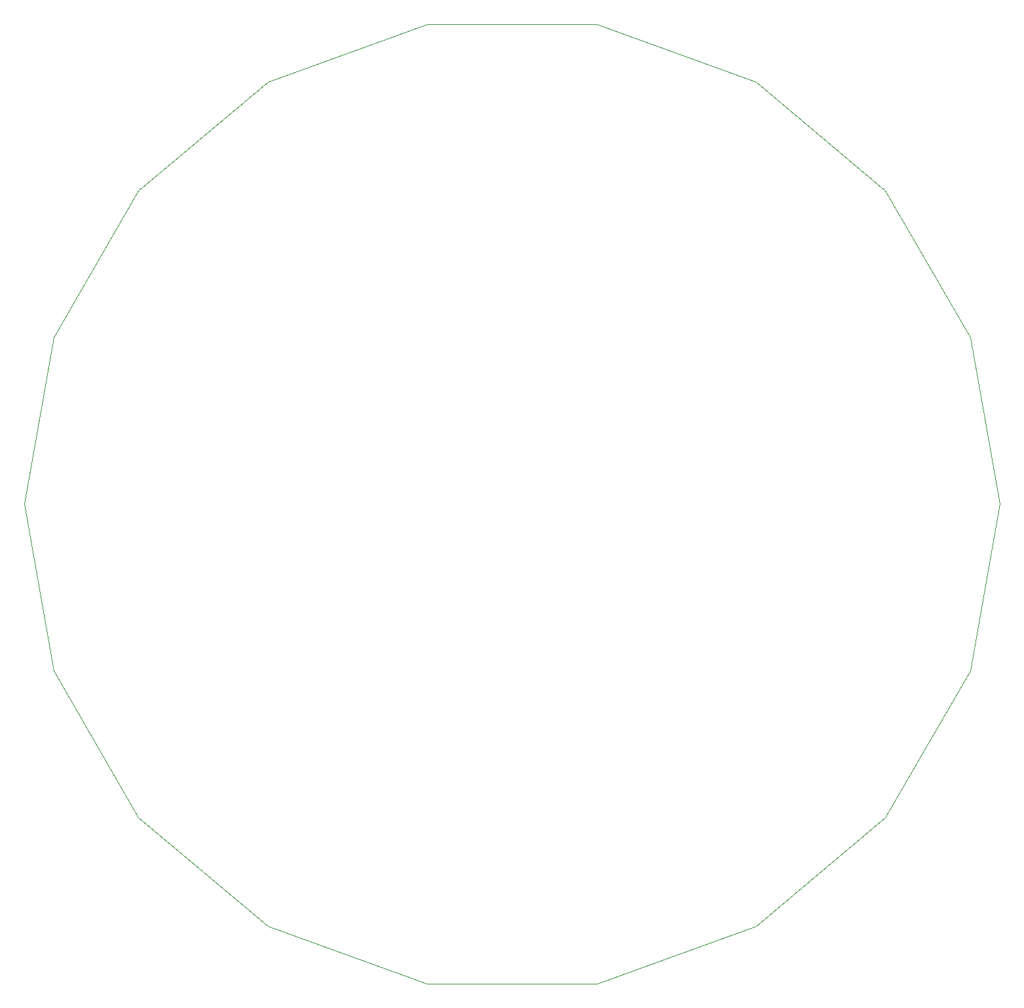
<source format=gbr>
G04*
G04 #@! TF.GenerationSoftware,Altium Limited,Altium Designer,25.4.2 (15)*
G04*
G04 Layer_Color=0*
%FSLAX44Y44*%
%MOMM*%
G71*
G04*
G04 #@! TF.SameCoordinates,80CFFD5A-54A5-451F-B997-A2DA6E1B210F*
G04*
G04*
G04 #@! TF.FilePolarity,Positive*
G04*
G01*
G75*
%ADD96C,0.0254*%
D96*
X617392Y695044D02*
X785000Y554404D01*
X990602Y479571D01*
X1209398D01*
X1415000Y554404D01*
X1582608Y695044D01*
X1692006Y884527D01*
X1730000Y1100000D01*
X1692006Y1315473D01*
X1582608Y1504956D01*
X1415000Y1645596D01*
X1209398Y1720429D01*
X990602D01*
X785000Y1645596D01*
X617392Y1504956D01*
X507994Y1315473D01*
X470000Y1100000D01*
X507994Y884527D01*
X617392Y695044D01*
M02*

</source>
